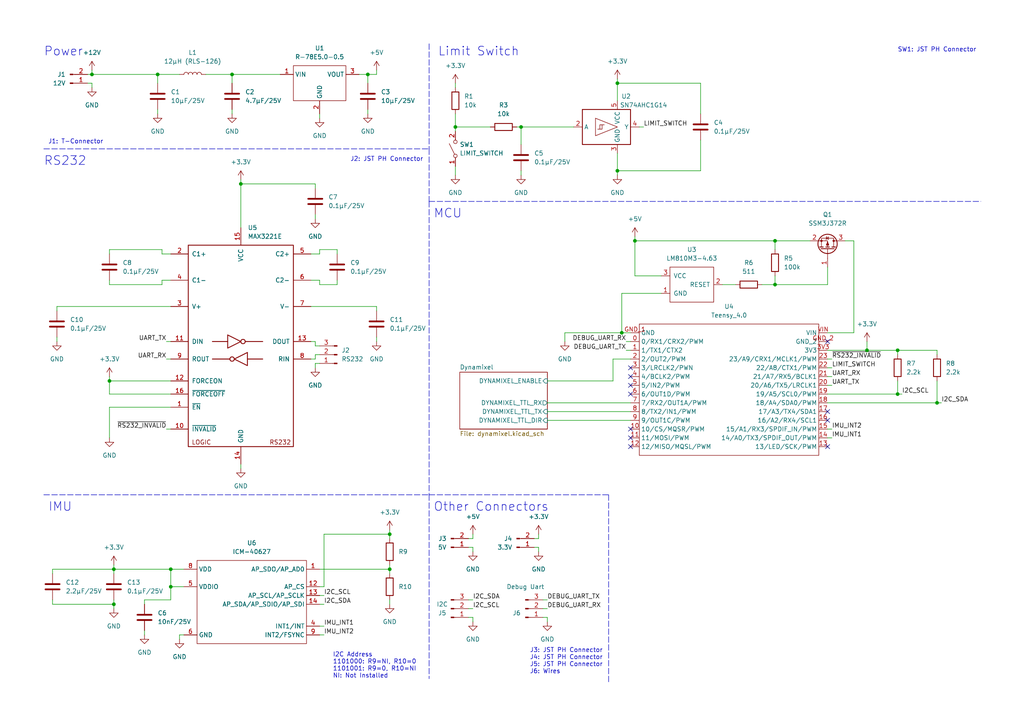
<source format=kicad_sch>
(kicad_sch (version 20211123) (generator eeschema)
  (paper "A4")
  (title_block (title "Dynamixel Control"))
  (lib_symbols
    (symbol "Connector:Conn_01x02_Male" (pin_names (offset 1.016) hide)
      (property "Reference" "J" (at 0 2.54 0))
      (property "Value" "Conn_01x02_Male" (at 0 -5.08 0))
      (symbol "Conn_01x02_Male_1_1"
        (polyline (pts (xy 1.27 -2.54) (xy 0.8636 -2.54)) (stroke (width 0.1524)))
        (polyline (pts (xy 1.27 0) (xy 0.8636 0)) (stroke (width 0.1524)))
        (rectangle (start 0.8636 -2.413) (end 0 -2.667) (stroke (width 0.1524)) (fill (type outline)))
        (rectangle (start 0.8636 0.127) (end 0 -0.127) (stroke (width 0.1524)) (fill (type outline)))
        (pin passive line (at 5.08 0 180) (length 3.81) (name "Pin_1") (number "1"))
        (pin passive line (at 5.08 -2.54 180) (length 3.81) (name "Pin_2") (number "2"))
      )
    )
    (symbol "Connector:Conn_01x03_Male" (pin_names (offset 1.016) hide)
      (property "Reference" "J" (at 0 5.08 0))
      (property "Value" "Conn_01x03_Male" (at 0 -5.08 0))
      (symbol "Conn_01x03_Male_1_1"
        (polyline (pts (xy 1.27 -2.54) (xy 0.8636 -2.54)) (stroke (width 0.1524)))
        (polyline (pts (xy 1.27 0) (xy 0.8636 0)) (stroke (width 0.1524)))
        (polyline (pts (xy 1.27 2.54) (xy 0.8636 2.54)) (stroke (width 0.1524)))
        (rectangle (start 0.8636 -2.413) (end 0 -2.667) (stroke (width 0.1524)) (fill (type outline)))
        (rectangle (start 0.8636 0.127) (end 0 -0.127) (stroke (width 0.1524)) (fill (type outline)))
        (rectangle (start 0.8636 2.667) (end 0 2.413) (stroke (width 0.1524)) (fill (type outline)))
        (pin passive line (at 5.08 2.54 180) (length 3.81) (name "Pin_1") (number "1"))
        (pin passive line (at 5.08 0 180) (length 3.81) (name "Pin_2") (number "2"))
        (pin passive line (at 5.08 -2.54 180) (length 3.81) (name "Pin_3") (number "3"))
      )
    )
    (symbol "Device:C" (pin_numbers hide) (pin_names (offset 0.254))
      (property "Reference" "C" (at 0.635 2.54 0))
      (property "Value" "C" (at 0.635 -2.54 0))
      (symbol "C_0_1"
        (polyline (pts (xy -2.032 -0.762) (xy 2.032 -0.762)) (stroke (width 0.508)))
        (polyline (pts (xy -2.032 0.762) (xy 2.032 0.762)) (stroke (width 0.508)))
      )
      (symbol "C_1_1"
        (pin passive line (at 0 3.81 270) (length 2.794) (name "~") (number "1"))
        (pin passive line (at 0 -3.81 90) (length 2.794) (name "~") (number "2"))
      )
    )
    (symbol "Device:L" (pin_numbers hide) (pin_names (offset 1.016) hide)
      (property "Reference" "L" (at -1.27 0 90))
      (property "Value" "L" (at 1.905 0 90))
      (symbol "L_0_1"
        (arc (start 0 -2.54) (mid 0.635 -1.905) (end 0 -1.27))
        (arc (start 0 -1.27) (mid 0.635 -0.635) (end 0 0))
        (arc (start 0 0) (mid 0.635 0.635) (end 0 1.27))
        (arc (start 0 1.27) (mid 0.635 1.905) (end 0 2.54))
      )
      (symbol "L_1_1"
        (pin passive line (at 0 3.81 270) (length 1.27) (name "1") (number "1"))
        (pin passive line (at 0 -3.81 90) (length 1.27) (name "2") (number "2"))
      )
    )
    (symbol "Device:Q_PMOS_GSD" (pin_names (offset 0) hide)
      (property "Reference" "Q" (at 5.08 1.27 0))
      (property "Value" "Q_PMOS_GSD" (at 5.08 -1.27 0))
      (symbol "Q_PMOS_GSD_0_1"
        (polyline (pts (xy 0.254 0) (xy -2.54 0)))
        (polyline (pts (xy 0.254 1.905) (xy 0.254 -1.905)) (stroke (width 0.254)))
        (polyline (pts (xy 0.762 -1.27) (xy 0.762 -2.286)) (stroke (width 0.254)))
        (polyline (pts (xy 0.762 0.508) (xy 0.762 -0.508)) (stroke (width 0.254)))
        (polyline (pts (xy 0.762 2.286) (xy 0.762 1.27)) (stroke (width 0.254)))
        (polyline (pts (xy 2.54 2.54) (xy 2.54 1.778)))
        (polyline (pts (xy 2.54 -2.54) (xy 2.54 0) (xy 0.762 0)))
        (polyline (pts (xy 0.762 1.778) (xy 3.302 1.778) (xy 3.302 -1.778) (xy 0.762 -1.778)))
        (polyline (pts (xy 2.286 0) (xy 1.27 0.381) (xy 1.27 -0.381) (xy 2.286 0)) (fill (type outline)))
        (polyline (pts (xy 2.794 -0.508) (xy 2.921 -0.381) (xy 3.683 -0.381) (xy 3.81 -0.254)))
        (polyline (pts (xy 3.302 -0.381) (xy 2.921 0.254) (xy 3.683 0.254) (xy 3.302 -0.381)))
        (circle (center 1.651 0) (radius 2.794) (stroke (width 0.254)))
        (circle (center 2.54 -1.778) (radius 0.254) (fill (type outline)))
        (circle (center 2.54 1.778) (radius 0.254) (fill (type outline)))
      )
      (symbol "Q_PMOS_GSD_1_1"
        (pin input line (at -5.08 0 0) (length 2.54) (name "G") (number "1"))
        (pin passive line (at 2.54 -5.08 90) (length 2.54) (name "S") (number "2"))
        (pin passive line (at 2.54 5.08 270) (length 2.54) (name "D") (number "3"))
      )
    )
    (symbol "Device:R" (pin_numbers hide) (pin_names (offset 0))
      (property "Reference" "R" (at 2.032 0 90))
      (property "Value" "R" (at 0 0 90))
      (symbol "R_0_1"
        (rectangle (start -1.016 -2.54) (end 1.016 2.54) (stroke (width 0.254)))
      )
      (symbol "R_1_1"
        (pin passive line (at 0 3.81 270) (length 1.27) (name "~") (number "1"))
        (pin passive line (at 0 -3.81 90) (length 1.27) (name "~") (number "2"))
      )
    )
    (symbol "Switch:SW_SPST" (pin_names (offset 0) hide)
      (property "Reference" "SW" (at 0 3.175 0))
      (property "Value" "SW_SPST" (at 0 -2.54 0))
      (symbol "SW_SPST_0_0"
        (circle (center -2.032 0) (radius 0.508))
        (polyline (pts (xy -1.524 0.254) (xy 1.524 1.778)))
        (circle (center 2.032 0) (radius 0.508))
      )
      (symbol "SW_SPST_1_1"
        (pin passive line (at -5.08 0 0) (length 2.54) (name "A") (number "1"))
        (pin passive line (at 5.08 0 180) (length 2.54) (name "B") (number "2"))
      )
    )
    (symbol "power:+12V" (power) (pin_names (offset 0))
      (property "Value" "+12V" (at 0 3.556 0))
      (symbol "+12V_0_1"
        (polyline (pts (xy -0.762 1.27) (xy 0 2.54)))
        (polyline (pts (xy 0 0) (xy 0 2.54)))
        (polyline (pts (xy 0 2.54) (xy 0.762 1.27)))
      )
      (symbol "+12V_1_1"
        (pin power_in line (at 0 0 90) (length 0) hide (name "+12V") (number "1"))
      )
    )
    (symbol "power:+3.3V" (power) (pin_names (offset 0))
      (property "Value" "+3.3V" (at 0 3.556 0))
      (symbol "+3.3V_0_1"
        (polyline (pts (xy -0.762 1.27) (xy 0 2.54)))
        (polyline (pts (xy 0 0) (xy 0 2.54)))
        (polyline (pts (xy 0 2.54) (xy 0.762 1.27)))
      )
      (symbol "+3.3V_1_1"
        (pin power_in line (at 0 0 90) (length 0) hide (name "+3.3V") (number "1"))
      )
    )
    (symbol "power:+5V" (power) (pin_names (offset 0))
      (property "Value" "+5V" (at 0 3.556 0))
      (symbol "+5V_0_1"
        (polyline (pts (xy -0.762 1.27) (xy 0 2.54)))
        (polyline (pts (xy 0 0) (xy 0 2.54)))
        (polyline (pts (xy 0 2.54) (xy 0.762 1.27)))
      )
      (symbol "+5V_1_1"
        (pin power_in line (at 0 0 90) (length 0) hide (name "+5V") (number "1"))
      )
    )
    (symbol "power:GND" (power) (pin_names (offset 0))
      (property "Value" "GND" (at 0 -3.81 0))
      (symbol "GND_0_1"
        (polyline (pts (xy 0 0) (xy 0 -1.27) (xy 1.27 -1.27) (xy 0 -2.54) (xy -1.27 -1.27) (xy 0 -1.27)))
      )
      (symbol "GND_1_1"
        (pin power_in line (at 0 0 270) (length 0) hide (name "GND") (number "1"))
      )
    )
    (symbol "t-top:ICM-40627"
      (property "Reference" "U" (at 0 1.27 0))
      (property "Value" "ICM-40627" (at 0 -1.27 0))
      (symbol "ICM-40627_0_1"
        (rectangle (start -16.51 -2.54) (end 15.24 -26.67))
      )
      (symbol "ICM-40627_1_0"
        (pin bidirectional line (at 19.05 -5.08 180) (length 3.81) (name "AP_SDO/AP_AD0") (number "1"))
        (pin input line (at 19.05 -10.16 180) (length 3.81) (name "AP_CS") (number "12"))
        (pin output line (at 19.05 -12.7 180) (length 3.81) (name "AP_SCL/AP_SCLK") (number "13"))
        (pin bidirectional line (at 19.05 -15.24 180) (length 3.81) (name "AP_SDA/AP_SDIO/AP_SDI") (number "14"))
        (pin output line (at 19.05 -21.59 180) (length 3.81) (name "INT1/INT") (number "4"))
        (pin power_in line (at -20.32 -10.16 0) (length 3.81) (name "VDDIO") (number "5"))
        (pin power_in line (at -20.32 -24.13 0) (length 3.81) (name "GND") (number "6"))
        (pin power_in line (at -20.32 -5.08 0) (length 3.81) (name "VDD") (number "8"))
        (pin bidirectional line (at 19.05 -24.13 180) (length 3.81) (name "INT2/FSYNC") (number "9"))
      )
    )
    (symbol "t-top:LM810" (pin_names (offset 1.016))
      (property "Reference" "U" (at 0 2.54 0))
      (property "Value" "LM810" (at 0 0 0))
      (symbol "LM810_0_1"
        (rectangle (start -6.35 -1.27) (end 6.35 -11.43))
      )
      (symbol "LM810_1_1"
        (pin power_in line (at -8.89 -8.89 0) (length 2.54) (name "GND") (number "1"))
        (pin output line (at 8.89 -6.35 180) (length 2.54) (name "RESET") (number "2"))
        (pin power_in line (at -8.89 -3.81 0) (length 2.54) (name "VCC") (number "3"))
      )
    )
    (symbol "t-top:MAX3221E" (pin_names (offset 1.016))
      (property "Reference" "U" (at -13.97 26.67 0))
      (property "Value" "MAX3221E" (at 12.7 26.67 0))
      (symbol "MAX3221E_0_0"
        (text "LOGIC" (at -11.43 -31.75 0) (effects (font (size 1.27 1.27))))
        (text "RS232" (at 11.43 -31.75 0) (effects (font (size 1.27 1.27))))
      )
      (symbol "MAX3221E_0_1"
        (rectangle (start -15.24 25.4) (end 15.24 -33.02) (stroke (width 0.254)))
        (circle (center -2.54 -7.62) (radius 0.635) (stroke (width 0.254)))
        (polyline (pts (xy -3.81 -2.54) (xy -8.255 -2.54)) (stroke (width 0.254)))
        (polyline (pts (xy -3.175 -7.62) (xy -8.255 -7.62)) (stroke (width 0.254)))
        (polyline (pts (xy 1.27 -2.54) (xy 6.35 -2.54)) (stroke (width 0.254)))
        (polyline (pts (xy 1.905 -7.62) (xy 6.35 -7.62)) (stroke (width 0.254)))
        (polyline (pts (xy -3.81 -0.635) (xy -3.81 -4.445) (xy 0 -2.54) (xy -3.81 -0.635)) (stroke (width 0.254)))
        (polyline (pts (xy 1.905 -5.715) (xy 1.905 -9.525) (xy -1.905 -7.62) (xy 1.905 -5.715)) (stroke (width 0.254)))
        (circle (center 0.635 -2.54) (radius 0.635) (stroke (width 0.254)))
      )
      (symbol "MAX3221E_1_1"
        (pin input line (at -20.32 -21.59 0) (length 5.08) (name "~{EN}") (number "1"))
        (pin output line (at -20.32 -27.94 0) (length 5.08) (name "~{INVALID}") (number "10"))
        (pin input line (at -20.32 -2.54 0) (length 5.08) (name "DIN") (number "11"))
        (pin input line (at -20.32 -13.97 0) (length 5.08) (name "FORCEON") (number "12"))
        (pin output line (at 20.32 -2.54 180) (length 5.08) (name "DOUT") (number "13"))
        (pin power_in line (at 0 -38.1 90) (length 5.08) (name "GND") (number "14"))
        (pin power_in line (at 0 30.48 270) (length 5.08) (name "VCC") (number "15"))
        (pin input line (at -20.32 -17.78 0) (length 5.08) (name "~{FORCEOFF}") (number "16"))
        (pin passive line (at -20.32 22.86 0) (length 5.08) (name "C1+") (number "2"))
        (pin power_out line (at -20.32 7.62 0) (length 5.08) (name "V+") (number "3"))
        (pin passive line (at -20.32 15.24 0) (length 5.08) (name "C1-") (number "4"))
        (pin passive line (at 20.32 22.86 180) (length 5.08) (name "C2+") (number "5"))
        (pin passive line (at 20.32 15.24 180) (length 5.08) (name "C2-") (number "6"))
        (pin power_out line (at 20.32 7.62 180) (length 5.08) (name "V-") (number "7"))
        (pin input line (at 20.32 -7.62 180) (length 5.08) (name "RIN") (number "8"))
        (pin output line (at -20.32 -7.62 0) (length 5.08) (name "ROUT") (number "9"))
      )
    )
    (symbol "t-top:R-78E5.0-0.5"
      (property "Reference" "U" (at 0 2.54 0))
      (property "Value" "R-78E5.0-0.5" (at 0 0 0))
      (symbol "R-78E5.0-0.5_0_1"
        (rectangle (start -7.62 -1.27) (end 7.62 -11.43))
      )
      (symbol "R-78E5.0-0.5_1_0"
        (pin power_in line (at -11.43 -3.81 0) (length 3.81) (name "VIN") (number "1"))
        (pin power_in line (at 0 -15.24 90) (length 3.81) (name "GND") (number "2"))
        (pin power_out line (at 11.43 -3.81 180) (length 3.81) (name "VOUT") (number "3"))
      )
    )
    (symbol "t-top:SN74AHC1G14"
      (property "Reference" "U" (at 5.08 6.35 0))
      (property "Value" "SN74AHC1G14" (at 10.16 3.81 0))
      (symbol "SN74AHC1G14_0_1"
        (rectangle (start -5.08 5.08) (end 8.89 -5.08) (stroke (width 0.254)))
        (polyline (pts (xy -1.27 2.54) (xy -1.27 -2.54) (xy 5.08 0) (xy -1.27 2.54)))
        (polyline (pts (xy -0.635 -0.635) (xy 0 -0.635) (xy 0 0.635) (xy 1.27 0.635) (xy 0.635 0.635) (xy 0.635 -0.635) (xy 0 -0.635)))
      )
      (symbol "SN74AHC1G14_1_1"
        (pin no_connect line (at -5.08 2.54 0) (length 2.54) hide (name "NC") (number "1"))
        (pin input line (at -7.62 0 0) (length 2.54) (name "A") (number "2"))
        (pin power_in line (at 5.08 -7.62 90) (length 2.54) (name "GND") (number "3"))
        (pin output line (at 11.43 0 180) (length 2.54) (name "Y") (number "4"))
        (pin power_in line (at 5.08 7.62 270) (length 2.54) (name "VCC") (number "5"))
      )
    )
    (symbol "t-top:Teensy_4.0"
      (property "Reference" "U" (at 0 0 0))
      (property "Value" "Teensy_4.0" (at 0 0 0))
      (symbol "Teensy_4.0_0_1"
        (rectangle (start -25.4 -1.27) (end 26.67 -39.37))
      )
      (symbol "Teensy_4.0_1_1"
        (pin bidirectional line (at -27.94 -6.35 0) (length 2.54) (name "0/RX1/CRX2/PWM") (number "0"))
        (pin bidirectional line (at -27.94 -8.89 0) (length 2.54) (name "1/TX1/CTX2") (number "1"))
        (pin bidirectional line (at -27.94 -31.75 0) (length 2.54) (name "10/CS/MQSR/PWM") (number "10"))
        (pin bidirectional line (at -27.94 -34.29 0) (length 2.54) (name "11/MOSI/PWM") (number "11"))
        (pin bidirectional line (at -27.94 -36.83 0) (length 2.54) (name "12/MISO/MQSL/PWM") (number "12"))
        (pin bidirectional line (at 29.21 -36.83 180) (length 2.54) (name "13/LED/SCK/PWM") (number "13"))
        (pin bidirectional line (at 29.21 -34.29 180) (length 2.54) (name "14/A0/TX3/SPDIF_OUT/PWM") (number "14"))
        (pin bidirectional line (at 29.21 -31.75 180) (length 2.54) (name "15/A1/RX3/SPDIF_IN/PWM") (number "15"))
        (pin bidirectional line (at 29.21 -29.21 180) (length 2.54) (name "16/A2/RX4/SCL1") (number "16"))
        (pin bidirectional line (at 29.21 -26.67 180) (length 2.54) (name "17/A3/TX4/SDA1") (number "17"))
        (pin bidirectional line (at 29.21 -24.13 180) (length 2.54) (name "18/A4/SDA0/PWM") (number "18"))
        (pin bidirectional line (at 29.21 -21.59 180) (length 2.54) (name "19/A5/SCL0/PWM") (number "19"))
        (pin bidirectional line (at -27.94 -11.43 0) (length 2.54) (name "2/OUT2/PWM") (number "2"))
        (pin bidirectional line (at 29.21 -19.05 180) (length 2.54) (name "20/A6/TX5/LRCLK1") (number "20"))
        (pin bidirectional line (at 29.21 -16.51 180) (length 2.54) (name "21/A7/RX5/BCLK1") (number "21"))
        (pin bidirectional line (at 29.21 -13.97 180) (length 2.54) (name "22/A8/CTX1/PWM") (number "22"))
        (pin bidirectional line (at 29.21 -11.43 180) (length 2.54) (name "23/A9/CRX1/MCLK1/PWM") (number "23"))
        (pin bidirectional line (at -27.94 -13.97 0) (length 2.54) (name "3/LRCLK2/PWN") (number "3"))
        (pin power_out line (at 29.21 -8.89 180) (length 2.54) (name "3V3") (number "3V3"))
        (pin bidirectional line (at -27.94 -16.51 0) (length 2.54) (name "4/BCLK2/PWM") (number "4"))
        (pin bidirectional line (at -27.94 -19.05 0) (length 2.54) (name "5/IN2/PWM") (number "5"))
        (pin bidirectional line (at -27.94 -21.59 0) (length 2.54) (name "6/OUT1D/PWM") (number "6"))
        (pin bidirectional line (at -27.94 -24.13 0) (length 2.54) (name "7/RX2/OUT1A/PWM") (number "7"))
        (pin bidirectional line (at -27.94 -26.67 0) (length 2.54) (name "8/TX2/IN1/PWM") (number "8"))
        (pin bidirectional line (at -27.94 -29.21 0) (length 2.54) (name "9/OUT1C/PWM") (number "9"))
        (pin power_in line (at -27.94 -3.81 0) (length 2.54) (name "GND") (number "GND_1"))
        (pin power_in line (at 29.21 -6.35 180) (length 2.54) (name "GND_2") (number "GND_2"))
        (pin power_in line (at 29.21 -3.81 180) (length 2.54) (name "VIN") (number "VIN"))
      )
    )
  )
  (junction (at 132.08 36.83))
  (junction (at 33.02 175.26))
  (junction (at 69.85 53.34))
  (junction (at 151.13 36.83))
  (junction (at 251.46 101.6))
  (junction (at 224.79 69.85))
  (junction (at 184.15 69.85))
  (junction (at 67.31 21.59))
  (junction (at 224.79 82.55))
  (junction (at 113.03 154.94))
  (junction (at 179.07 24.13))
  (junction (at 113.03 165.1))
  (junction (at 271.78 116.84))
  (junction (at 260.35 114.3))
  (junction (at 33.02 165.1))
  (junction (at 49.53 170.18))
  (junction (at 26.67 21.59))
  (junction (at 180.34 96.52))
  (junction (at 49.53 165.1))
  (junction (at 179.07 49.53))
  (junction (at 260.35 101.6))
  (junction (at 106.68 21.59))
  (junction (at 45.72 21.59))
  (junction (at 31.75 110.49))
  (no_connect (at 182.88 124.46))
  (no_connect (at 182.88 127))
  (no_connect (at 240.03 99.06))
  (no_connect (at 182.88 111.76))
  (no_connect (at 240.03 129.54))
  (no_connect (at 240.03 121.92))
  (no_connect (at 182.88 114.3))
  (no_connect (at 182.88 109.22))
  (no_connect (at 182.88 106.68))
  (no_connect (at 182.88 129.54))
  (no_connect (at 240.03 119.38))
  (wire (pts (xy 247.65 96.52) (xy 247.65 69.85)))
  (wire (pts (xy 209.55 82.55) (xy 213.36 82.55)))
  (wire (pts (xy 109.22 20.32) (xy 109.22 21.59)))
  (wire (pts (xy 177.8 104.14) (xy 182.88 104.14)))
  (wire (pts (xy 240.03 96.52) (xy 247.65 96.52)))
  (wire (pts (xy 92.71 170.18) (xy 93.98 170.18)))
  (wire (pts (xy 48.26 99.06) (xy 49.53 99.06)))
  (wire (pts (xy 157.48 173.99) (xy 158.75 173.99)))
  (wire (pts (xy 179.07 22.86) (xy 179.07 24.13)))
  (wire (pts (xy 46.99 73.66) (xy 49.53 73.66)))
  (wire (pts (xy 260.35 101.6) (xy 271.78 101.6)))
  (wire (pts (xy 240.03 127) (xy 241.3 127)))
  (wire (pts (xy 91.44 100.33) (xy 92.71 100.33)))
  (wire (pts (xy 224.79 69.85) (xy 224.79 72.39)))
  (wire (pts (xy 67.31 31.75) (xy 67.31 33.02)))
  (wire (pts (xy 163.83 96.52) (xy 163.83 99.06)))
  (polyline (pts (xy 124.46 143.51) (xy 124.46 196.85)))
  (wire (pts (xy 271.78 116.84) (xy 273.05 116.84)))
  (wire (pts (xy 15.24 175.26) (xy 33.02 175.26)))
  (wire (pts (xy 49.53 88.9) (xy 16.51 88.9)))
  (wire (pts (xy 26.67 21.59) (xy 45.72 21.59)))
  (wire (pts (xy 91.44 99.06) (xy 91.44 100.33)))
  (wire (pts (xy 49.53 170.18) (xy 49.53 173.99)))
  (wire (pts (xy 46.99 72.39) (xy 46.99 73.66)))
  (wire (pts (xy 106.68 21.59) (xy 106.68 24.13)))
  (wire (pts (xy 179.07 24.13) (xy 203.2 24.13)))
  (wire (pts (xy 31.75 110.49) (xy 31.75 114.3)))
  (wire (pts (xy 69.85 53.34) (xy 91.44 53.34)))
  (wire (pts (xy 90.17 88.9) (xy 109.22 88.9)))
  (polyline (pts (xy 124.46 58.42) (xy 284.48 58.42)))
  (wire (pts (xy 92.71 181.61) (xy 93.98 181.61)))
  (wire (pts (xy 181.61 99.06) (xy 182.88 99.06)))
  (wire (pts (xy 240.03 104.14) (xy 241.3 104.14)))
  (wire (pts (xy 157.48 176.53) (xy 158.75 176.53)))
  (wire (pts (xy 135.89 158.75) (xy 137.16 158.75)))
  (wire (pts (xy 240.03 77.47) (xy 240.03 82.55)))
  (wire (pts (xy 92.71 165.1) (xy 113.03 165.1)))
  (wire (pts (xy 184.15 68.58) (xy 184.15 69.85)))
  (wire (pts (xy 184.15 69.85) (xy 224.79 69.85)))
  (polyline (pts (xy 124.46 12.7) (xy 124.46 43.18)))
  (wire (pts (xy 90.17 99.06) (xy 91.44 99.06)))
  (wire (pts (xy 180.34 85.09) (xy 180.34 96.52)))
  (wire (pts (xy 91.44 62.23) (xy 91.44 63.5)))
  (wire (pts (xy 151.13 49.53) (xy 151.13 50.8)))
  (wire (pts (xy 177.8 110.49) (xy 177.8 104.14)))
  (wire (pts (xy 135.89 173.99) (xy 137.16 173.99)))
  (wire (pts (xy 260.35 114.3) (xy 261.62 114.3)))
  (wire (pts (xy 16.51 88.9) (xy 16.51 90.17)))
  (wire (pts (xy 271.78 116.84) (xy 271.78 110.49)))
  (wire (pts (xy 26.67 24.13) (xy 26.67 25.4)))
  (wire (pts (xy 91.44 102.87) (xy 91.44 104.14)))
  (polyline (pts (xy 124.46 43.18) (xy 124.46 58.42)))
  (wire (pts (xy 113.03 173.99) (xy 113.03 175.26)))
  (wire (pts (xy 33.02 173.99) (xy 33.02 175.26)))
  (wire (pts (xy 49.53 165.1) (xy 49.53 170.18)))
  (wire (pts (xy 69.85 52.07) (xy 69.85 53.34)))
  (wire (pts (xy 154.94 156.21) (xy 156.21 156.21)))
  (wire (pts (xy 91.44 53.34) (xy 91.44 54.61)))
  (polyline (pts (xy 124.46 58.42) (xy 124.46 143.51)))
  (wire (pts (xy 260.35 101.6) (xy 260.35 102.87)))
  (wire (pts (xy 49.53 81.28) (xy 46.99 81.28)))
  (wire (pts (xy 93.98 154.94) (xy 93.98 170.18)))
  (wire (pts (xy 240.03 116.84) (xy 271.78 116.84)))
  (wire (pts (xy 151.13 36.83) (xy 151.13 41.91)))
  (wire (pts (xy 240.03 82.55) (xy 224.79 82.55)))
  (wire (pts (xy 184.15 80.01) (xy 191.77 80.01)))
  (wire (pts (xy 158.75 116.84) (xy 182.88 116.84)))
  (wire (pts (xy 149.86 36.83) (xy 151.13 36.83)))
  (wire (pts (xy 137.16 160.02) (xy 137.16 158.75)))
  (wire (pts (xy 135.89 179.07) (xy 137.16 179.07)))
  (wire (pts (xy 92.71 172.72) (xy 93.98 172.72)))
  (wire (pts (xy 16.51 97.79) (xy 16.51 99.06)))
  (wire (pts (xy 179.07 24.13) (xy 179.07 29.21)))
  (polyline (pts (xy 12.7 143.51) (xy 124.46 143.51)))
  (wire (pts (xy 59.69 21.59) (xy 67.31 21.59)))
  (wire (pts (xy 156.21 160.02) (xy 156.21 158.75)))
  (wire (pts (xy 106.68 21.59) (xy 109.22 21.59)))
  (wire (pts (xy 113.03 154.94) (xy 93.98 154.94)))
  (wire (pts (xy 260.35 114.3) (xy 260.35 110.49)))
  (wire (pts (xy 45.72 21.59) (xy 52.07 21.59)))
  (wire (pts (xy 104.14 21.59) (xy 106.68 21.59)))
  (wire (pts (xy 92.71 72.39) (xy 97.79 72.39)))
  (wire (pts (xy 224.79 82.55) (xy 224.79 80.01)))
  (wire (pts (xy 135.89 176.53) (xy 137.16 176.53)))
  (wire (pts (xy 158.75 110.49) (xy 177.8 110.49)))
  (wire (pts (xy 31.75 118.11) (xy 49.53 118.11)))
  (polyline (pts (xy 176.53 143.51) (xy 176.53 198.12)))
  (wire (pts (xy 163.83 96.52) (xy 180.34 96.52)))
  (wire (pts (xy 113.03 153.67) (xy 113.03 154.94)))
  (wire (pts (xy 137.16 180.34) (xy 137.16 179.07)))
  (wire (pts (xy 203.2 33.02) (xy 203.2 24.13)))
  (wire (pts (xy 92.71 81.28) (xy 92.71 82.55)))
  (wire (pts (xy 247.65 69.85) (xy 245.11 69.85)))
  (wire (pts (xy 179.07 49.53) (xy 179.07 50.8)))
  (wire (pts (xy 46.99 81.28) (xy 46.99 82.55)))
  (wire (pts (xy 41.91 173.99) (xy 41.91 175.26)))
  (wire (pts (xy 185.42 36.83) (xy 186.69 36.83)))
  (wire (pts (xy 48.26 104.14) (xy 49.53 104.14)))
  (wire (pts (xy 109.22 97.79) (xy 109.22 99.06)))
  (wire (pts (xy 132.08 24.13) (xy 132.08 25.4)))
  (wire (pts (xy 25.4 24.13) (xy 26.67 24.13)))
  (wire (pts (xy 33.02 165.1) (xy 33.02 166.37)))
  (wire (pts (xy 92.71 184.15) (xy 93.98 184.15)))
  (wire (pts (xy 158.75 121.92) (xy 182.88 121.92)))
  (wire (pts (xy 220.98 82.55) (xy 224.79 82.55)))
  (wire (pts (xy 158.75 180.34) (xy 158.75 179.07)))
  (wire (pts (xy 182.88 96.52) (xy 180.34 96.52)))
  (wire (pts (xy 181.61 101.6) (xy 182.88 101.6)))
  (wire (pts (xy 31.75 81.28) (xy 31.75 82.55)))
  (wire (pts (xy 251.46 101.6) (xy 260.35 101.6)))
  (wire (pts (xy 31.75 72.39) (xy 31.75 73.66)))
  (wire (pts (xy 113.03 154.94) (xy 113.03 156.21)))
  (wire (pts (xy 92.71 105.41) (xy 91.44 105.41)))
  (wire (pts (xy 31.75 110.49) (xy 49.53 110.49)))
  (wire (pts (xy 151.13 36.83) (xy 166.37 36.83)))
  (wire (pts (xy 46.99 82.55) (xy 31.75 82.55)))
  (wire (pts (xy 137.16 154.94) (xy 137.16 156.21)))
  (wire (pts (xy 48.26 124.46) (xy 49.53 124.46)))
  (wire (pts (xy 52.07 184.15) (xy 52.07 185.42)))
  (wire (pts (xy 31.75 72.39) (xy 46.99 72.39)))
  (wire (pts (xy 45.72 24.13) (xy 45.72 21.59)))
  (polyline (pts (xy 124.46 143.51) (xy 176.53 143.51)))
  (wire (pts (xy 49.53 173.99) (xy 41.91 173.99)))
  (wire (pts (xy 157.48 179.07) (xy 158.75 179.07)))
  (wire (pts (xy 15.24 173.99) (xy 15.24 175.26)))
  (wire (pts (xy 156.21 154.94) (xy 156.21 156.21)))
  (wire (pts (xy 91.44 102.87) (xy 92.71 102.87)))
  (wire (pts (xy 240.03 106.68) (xy 241.3 106.68)))
  (wire (pts (xy 240.03 101.6) (xy 251.46 101.6)))
  (wire (pts (xy 31.75 118.11) (xy 31.75 127)))
  (wire (pts (xy 97.79 81.28) (xy 97.79 82.55)))
  (wire (pts (xy 180.34 85.09) (xy 191.77 85.09)))
  (wire (pts (xy 240.03 124.46) (xy 241.3 124.46)))
  (wire (pts (xy 45.72 31.75) (xy 45.72 33.02)))
  (wire (pts (xy 106.68 31.75) (xy 106.68 33.02)))
  (wire (pts (xy 132.08 48.26) (xy 132.08 50.8)))
  (wire (pts (xy 67.31 21.59) (xy 67.31 24.13)))
  (wire (pts (xy 224.79 69.85) (xy 234.95 69.85)))
  (wire (pts (xy 179.07 44.45) (xy 179.07 49.53)))
  (wire (pts (xy 113.03 163.83) (xy 113.03 165.1)))
  (wire (pts (xy 240.03 109.22) (xy 241.3 109.22)))
  (wire (pts (xy 69.85 53.34) (xy 69.85 66.04)))
  (wire (pts (xy 53.34 184.15) (xy 52.07 184.15)))
  (wire (pts (xy 97.79 72.39) (xy 97.79 73.66)))
  (wire (pts (xy 203.2 40.64) (xy 203.2 49.53)))
  (wire (pts (xy 41.91 182.88) (xy 41.91 184.15)))
  (wire (pts (xy 90.17 73.66) (xy 92.71 73.66)))
  (wire (pts (xy 251.46 99.06) (xy 251.46 101.6)))
  (wire (pts (xy 90.17 81.28) (xy 92.71 81.28)))
  (wire (pts (xy 92.71 175.26) (xy 93.98 175.26)))
  (wire (pts (xy 26.67 20.32) (xy 26.67 21.59)))
  (wire (pts (xy 132.08 36.83) (xy 142.24 36.83)))
  (wire (pts (xy 33.02 165.1) (xy 49.53 165.1)))
  (wire (pts (xy 154.94 158.75) (xy 156.21 158.75)))
  (wire (pts (xy 271.78 101.6) (xy 271.78 102.87)))
  (wire (pts (xy 92.71 73.66) (xy 92.71 72.39)))
  (wire (pts (xy 132.08 36.83) (xy 132.08 38.1)))
  (wire (pts (xy 33.02 163.83) (xy 33.02 165.1)))
  (wire (pts (xy 132.08 33.02) (xy 132.08 36.83)))
  (wire (pts (xy 31.75 114.3) (xy 49.53 114.3)))
  (wire (pts (xy 179.07 49.53) (xy 203.2 49.53)))
  (wire (pts (xy 15.24 165.1) (xy 33.02 165.1)))
  (wire (pts (xy 92.71 82.55) (xy 97.79 82.55)))
  (wire (pts (xy 49.53 170.18) (xy 53.34 170.18)))
  (wire (pts (xy 135.89 156.21) (xy 137.16 156.21)))
  (wire (pts (xy 113.03 165.1) (xy 113.03 166.37)))
  (wire (pts (xy 109.22 88.9) (xy 109.22 90.17)))
  (wire (pts (xy 15.24 165.1) (xy 15.24 166.37)))
  (polyline (pts (xy 12.7 43.18) (xy 124.46 43.18)))
  (wire (pts (xy 33.02 175.26) (xy 33.02 176.53)))
  (wire (pts (xy 92.71 33.02) (xy 92.71 34.29)))
  (wire (pts (xy 31.75 110.49) (xy 31.75 109.22)))
  (wire (pts (xy 25.4 21.59) (xy 26.67 21.59)))
  (wire (pts (xy 67.31 21.59) (xy 81.28 21.59)))
  (wire (pts (xy 184.15 69.85) (xy 184.15 80.01)))
  (wire (pts (xy 69.85 134.62) (xy 69.85 135.89)))
  (wire (pts (xy 49.53 165.1) (xy 53.34 165.1)))
  (wire (pts (xy 90.17 104.14) (xy 91.44 104.14)))
  (wire (pts (xy 240.03 114.3) (xy 260.35 114.3)))
  (wire (pts (xy 240.03 111.76) (xy 241.3 111.76)))
  (wire (pts (xy 158.75 119.38) (xy 182.88 119.38)))
  (wire (pts (xy 91.44 105.41) (xy 91.44 106.68)))
  (text "SW1: JST PH Connector" (at 260.35 15.24 0) (effects (font (size 1.27 1.27)) (justify left bottom)))
  (text "J2: JST PH Connector" (at 101.6 46.99 0) (effects (font (size 1.27 1.27)) (justify left bottom)))
  (text "RS232" (at 12.7 48.26 0) (effects (font (size 2.54 2.54)) (justify left bottom)))
  (text "Limit Switch" (at 127 16.51 0) (effects (font (size 2.54 2.54)) (justify left bottom)))
  (text "J3: JST PH Connector\nJ4: JST PH Connector\nJ5: JST PH Connector\nJ6: Wires" (at 153.67 195.58 0) (effects (font (size 1.27 1.27)) (justify left bottom)))
  (text "IMU" (at 13.97 148.59 0) (effects (font (size 2.54 2.54)) (justify left bottom)))
  (text "J1: T-Connector" (at 13.97 41.91 0) (effects (font (size 1.27 1.27)) (justify left bottom)))
  (text "Other Connectors" (at 125.73 148.59 0) (effects (font (size 2.54 2.54)) (justify left bottom)))
  (text "Power" (at 12.7 16.51 0) (effects (font (size 2.54 2.54)) (justify left bottom)))
  (text "MCU" (at 125.73 63.5 0) (effects (font (size 2.54 2.54)) (justify left bottom)))
  (text "I2C Address\n1101000: R9=NI, R10=0\n1101001: R9=0, R10=NI\nNI: Not Installed" (at 96.52 196.85 0) (effects (font (size 1.27 1.27)) (justify left bottom)))
  (label "UART_TX" (at 241.3 111.76 0))
  (label "DEBUG_UART_RX" (at 158.75 176.53 0))
  (label "IMU_INT2" (at 93.98 184.15 0))
  (label "I2C_SCL" (at 261.62 114.3 0))
  (label "I2C_SDA" (at 137.16 173.99 0))
  (label "I2C_SDA" (at 273.05 116.84 0))
  (label "I2C_SDA" (at 93.98 175.26 0))
  (label "IMU_INT2" (at 241.3 124.46 0))
  (label "IMU_INT1" (at 241.3 127 0))
  (label "LIMIT_SWITCH" (at 186.69 36.83 0))
  (label "DEBUG_UART_TX" (at 158.75 173.99 0))
  (label "DEBUG_UART_RX" (at 181.61 99.06 180))
  (label "UART_RX" (at 241.3 109.22 0))
  (label "I2C_SCL" (at 93.98 172.72 0))
  (label "UART_TX" (at 48.26 99.06 180))
  (label "IMU_INT1" (at 93.98 181.61 0))
  (label "LIMIT_SWITCH" (at 241.3 106.68 0))
  (label "~{RS232_INVALID}" (at 48.26 124.46 180))
  (label "UART_RX" (at 48.26 104.14 180))
  (label "~{RS232_INVALID}" (at 241.3 104.14 0))
  (label "DEBUG_UART_TX" (at 181.61 101.6 180))
  (label "I2C_SCL" (at 137.16 176.53 0))
  (symbol (lib_id "Connector:Conn_01x02_Male") (at 130.81 158.75 0) (mirror x) (unit 1)
    (property "Reference" "J3" (at 129.54 156.2099 0) (effects (justify right)))
    (property "Value" "5V" (at 129.54 158.7499 0) (effects (justify right)))
    (property "Footprint" "Connector_JST:JST_PH_B2B-PH-K_1x02_P2.00mm_Vertical" (effects hide))
  )
  (symbol (lib_id "Device:R") (at 224.79 76.2 180) (unit 1)
    (property "Reference" "R5" (at 227.33 74.9299 0) (effects (justify right)))
    (property "Value" "100k" (at 227.33 77.4699 0) (effects (justify right)))
    (property "Footprint" "Resistor_SMD:R_0805_2012Metric" (effects hide))
  )
  (symbol (lib_id "Device:C") (at 15.24 170.18 0) (unit 1)
    (property "Reference" "C12" (at 19.05 168.9099 0) (effects (justify left)))
    (property "Value" "2.2µF/25V" (at 19.05 171.4499 0) (effects (justify left)))
    (property "Footprint" "Capacitor_SMD:C_0805_2012Metric" (effects hide))
  )
  (symbol (lib_id "Device:C") (at 41.91 179.07 0) (unit 1)
    (property "Reference" "C6" (at 45.72 177.7999 0) (effects (justify left)))
    (property "Value" "10nF/25V" (at 45.72 180.3399 0) (effects (justify left)))
    (property "Footprint" "Capacitor_SMD:C_0805_2012Metric" (effects hide))
  )
  (symbol (lib_id "Connector:Conn_01x03_Male") (at 152.4 176.53 0) (mirror x) (unit 1)
    (property "Reference" "J6" (at 149.86 177.8 0))
    (property "Value" "Debug Uart" (at 152.4 170.18 0))
    (property "Footprint" "Connector_PinHeader_1.00mm:PinHeader_1x03_P1.00mm_Vertical" (effects hide))
  )
  (symbol (lib_id "Connector:Conn_01x02_Male") (at 20.32 24.13 0) (mirror x) (unit 1)
    (property "Reference" "J1" (at 19.05 21.5899 0) (effects (justify right)))
    (property "Value" "12V" (at 19.05 24.1299 0) (effects (justify right)))
    (property "Footprint" "t-top:t-connector" (effects hide))
  )
  (symbol (lib_id "Device:C") (at 31.75 77.47 0) (unit 1)
    (property "Reference" "C8" (at 35.56 76.1999 0) (effects (justify left)))
    (property "Value" "0.1µF/25V" (at 35.56 78.7399 0) (effects (justify left)))
    (property "Footprint" "Capacitor_SMD:C_0805_2012Metric" (effects hide))
  )
  (symbol (lib_id "power:GND") (at 26.67 25.4 0) (unit 1)
    (property "Reference" "#PWR0111" (effects hide))
    (property "Value" "GND" (at 26.67 30.48 0))
  )
  (symbol (lib_id "power:GND") (at 151.13 50.8 0) (unit 1)
    (property "Reference" "#PWR0133" (effects hide))
    (property "Value" "GND" (at 151.13 55.88 0))
  )
  (symbol (lib_id "Device:Q_PMOS_GSD") (at 240.03 72.39 270) (mirror x) (unit 1)
    (property "Reference" "Q1" (at 240.03 62.23 90))
    (property "Value" "SSM3J372R" (at 240.03 64.77 90))
    (property "Footprint" "Package_TO_SOT_SMD:SOT-23" (effects hide))
  )
  (symbol (lib_id "power:GND") (at 41.91 184.15 0) (unit 1)
    (property "Reference" "#PWR0124" (effects hide))
    (property "Value" "GND" (at 41.91 189.23 0))
  )
  (symbol (lib_id "Connector:Conn_01x03_Male") (at 97.79 102.87 180) (unit 1)
    (property "Reference" "J2" (at 99.06 101.5999 0) (effects (justify right)))
    (property "Value" "RS232" (at 99.06 104.1399 0) (effects (justify right)))
    (property "Footprint" "Connector_JST:JST_PH_S3B-PH-K_1x03_P2.00mm_Horizontal" (effects hide))
  )
  (symbol (lib_id "power:GND") (at 91.44 63.5 0) (unit 1)
    (property "Reference" "#PWR0106" (effects hide))
    (property "Value" "GND" (at 91.44 68.58 0))
  )
  (symbol (lib_id "power:GND") (at 33.02 176.53 0) (unit 1)
    (property "Reference" "#PWR0108" (effects hide))
    (property "Value" "GND" (at 33.02 181.61 0))
  )
  (symbol (lib_id "Device:C") (at 45.72 27.94 0) (unit 1)
    (property "Reference" "C1" (at 49.53 26.6699 0) (effects (justify left)))
    (property "Value" "10µF/25V" (at 49.53 29.2099 0) (effects (justify left)))
    (property "Footprint" "Capacitor_SMD:C_0805_2012Metric" (effects hide))
  )
  (symbol (lib_id "Device:C") (at 67.31 27.94 0) (unit 1)
    (property "Reference" "C2" (at 71.12 26.6699 0) (effects (justify left)))
    (property "Value" "4.7µF/25V" (at 71.12 29.2099 0) (effects (justify left)))
    (property "Footprint" "Capacitor_SMD:C_0805_2012Metric" (effects hide))
  )
  (symbol (lib_id "Device:C") (at 106.68 27.94 0) (unit 1)
    (property "Reference" "C3" (at 110.49 26.6699 0) (effects (justify left)))
    (property "Value" "10µF/25V" (at 110.49 29.2099 0) (effects (justify left)))
    (property "Footprint" "Capacitor_SMD:C_0805_2012Metric" (effects hide))
  )
  (symbol (lib_id "Device:L") (at 55.88 21.59 90) (unit 1)
    (property "Reference" "L1" (at 55.88 15.24 90))
    (property "Value" "12µH (RLS-126)" (at 55.88 17.78 90))
    (property "Footprint" "Inductor_SMD:L_1812_4532Metric" (effects hide))
  )
  (symbol (lib_id "power:+12V") (at 26.67 20.32 0) (unit 1)
    (property "Reference" "#PWR0112" (effects hide))
    (property "Value" "+12V" (at 26.67 15.24 0))
  )
  (symbol (lib_id "Device:R") (at 113.03 160.02 0) (unit 1)
    (property "Reference" "R9" (at 115.57 160.02 0) (effects (justify left)))
    (property "Value" "NI" (effects hide))
    (property "Footprint" "Resistor_SMD:R_0805_2012Metric" (effects hide))
  )
  (symbol (lib_id "power:GND") (at 31.75 127 0) (unit 1)
    (property "Reference" "#PWR0101" (effects hide))
    (property "Value" "GND" (at 31.75 132.08 0))
  )
  (symbol (lib_id "t-top:LM810") (at 200.66 76.2 0) (unit 1)
    (property "Reference" "U3" (at 200.66 72.39 0))
    (property "Value" "LM810M3-4.63" (at 200.66 74.93 0))
    (property "Footprint" "Package_TO_SOT_SMD:SOT-23" (effects hide))
  )
  (symbol (lib_id "Device:C") (at 203.2 36.83 0) (unit 1)
    (property "Reference" "C4" (at 207.01 35.5599 0) (effects (justify left)))
    (property "Value" "0.1µF/25V" (at 207.01 38.0999 0) (effects (justify left)))
    (property "Footprint" "Capacitor_SMD:C_0805_2012Metric" (effects hide))
  )
  (symbol (lib_id "power:+3.3V") (at 33.02 163.83 0) (unit 1)
    (property "Reference" "#PWR0122" (effects hide))
    (property "Value" "+3.3V" (at 33.02 158.75 0))
  )
  (symbol (lib_id "power:GND") (at 137.16 160.02 0) (unit 1)
    (property "Reference" "#PWR0120" (effects hide))
    (property "Value" "GND" (at 137.16 165.1 0))
  )
  (symbol (lib_id "power:+5V") (at 184.15 68.58 0) (unit 1)
    (property "Reference" "#PWR0132" (effects hide))
    (property "Value" "+5V" (at 184.15 63.5 0))
  )
  (symbol (lib_id "power:GND") (at 109.22 99.06 0) (unit 1)
    (property "Reference" "#PWR0105" (effects hide))
    (property "Value" "GND" (at 109.22 104.14 0))
  )
  (symbol (lib_id "t-top:SN74AHC1G14") (at 173.99 36.83 0) (unit 1)
    (property "Reference" "U2" (at 181.61 27.94 0))
    (property "Value" "SN74AHC1G14" (at 186.69 30.48 0))
    (property "Footprint" "Package_TO_SOT_SMD:SOT-23-5" (effects hide))
    (property "Datasheet" "https://www.ti.com/lit/ds/symlink/sn74ahc1g14.pdf" (effects hide))
  )
  (symbol (lib_id "power:GND") (at 91.44 106.68 0) (unit 1)
    (property "Reference" "#PWR0104" (effects hide))
    (property "Value" "GND" (at 91.44 111.76 0))
  )
  (symbol (lib_id "Device:R") (at 260.35 106.68 0) (unit 1)
    (property "Reference" "R7" (at 262.89 105.4099 0) (effects (justify left)))
    (property "Value" "2.2k" (at 262.89 107.9499 0) (effects (justify left)))
    (property "Footprint" "Resistor_SMD:R_0805_2012Metric" (effects hide))
  )
  (symbol (lib_id "power:GND") (at 16.51 99.06 0) (unit 1)
    (property "Reference" "#PWR0102" (effects hide))
    (property "Value" "GND" (at 16.51 104.14 0))
  )
  (symbol (lib_id "Device:C") (at 151.13 45.72 0) (unit 1)
    (property "Reference" "C5" (at 154.94 44.4499 0) (effects (justify left)))
    (property "Value" "0.1µF/25V" (at 154.94 46.9899 0) (effects (justify left)))
    (property "Footprint" "Capacitor_SMD:C_0805_2012Metric" (effects hide))
  )
  (symbol (lib_id "Device:C") (at 91.44 58.42 0) (unit 1)
    (property "Reference" "C7" (at 95.25 57.1499 0) (effects (justify left)))
    (property "Value" "0.1µF/25V" (at 95.25 59.6899 0) (effects (justify left)))
    (property "Footprint" "Capacitor_SMD:C_0805_2012Metric" (effects hide))
  )
  (symbol (lib_id "power:+3.3V") (at 31.75 109.22 0) (unit 1)
    (property "Reference" "#PWR0103" (effects hide))
    (property "Value" "+3.3V" (at 31.75 104.14 0))
  )
  (symbol (lib_id "Device:C") (at 33.02 170.18 0) (unit 1)
    (property "Reference" "C13" (at 36.83 168.9099 0) (effects (justify left)))
    (property "Value" "0.1µF/25V" (at 36.83 171.4499 0) (effects (justify left)))
    (property "Footprint" "Capacitor_SMD:C_0805_2012Metric" (effects hide))
  )
  (symbol (lib_id "power:GND") (at 92.71 34.29 0) (unit 1)
    (property "Reference" "#PWR0117" (effects hide))
    (property "Value" "GND" (at 92.71 39.37 0))
  )
  (symbol (lib_id "power:+3.3V") (at 132.08 24.13 0) (unit 1)
    (property "Reference" "#PWR0129" (effects hide))
    (property "Value" "+3.3V" (at 132.08 19.05 0))
  )
  (symbol (lib_id "power:+5V") (at 109.22 20.32 0) (unit 1)
    (property "Reference" "#PWR0110" (effects hide))
    (property "Value" "+5V" (at 109.22 15.24 0))
  )
  (symbol (lib_id "power:GND") (at 45.72 33.02 0) (unit 1)
    (property "Reference" "#PWR0114" (effects hide))
    (property "Value" "GND" (at 45.72 38.1 0))
  )
  (symbol (lib_id "power:+3.3V") (at 251.46 99.06 0) (unit 1)
    (property "Reference" "#PWR0136" (effects hide))
    (property "Value" "+3.3V" (at 251.46 93.98 0))
  )
  (symbol (lib_id "power:+5V") (at 137.16 154.94 0) (unit 1)
    (property "Reference" "#PWR0126" (effects hide))
    (property "Value" "+5V" (at 137.16 149.86 0))
  )
  (symbol (lib_id "t-top:ICM-40627") (at 73.66 160.02 0) (unit 1)
    (property "Reference" "U6" (at 73.025 157.48 0))
    (property "Value" "ICM-40627" (at 73.025 160.02 0))
    (property "Footprint" "t-top:ICM-40627" (effects hide))
  )
  (symbol (lib_id "power:+3.3V") (at 156.21 154.94 0) (unit 1)
    (property "Reference" "#PWR0125" (effects hide))
    (property "Value" "+3.3V" (at 156.21 149.86 0))
  )
  (symbol (lib_id "power:GND") (at 158.75 180.34 0) (unit 1)
    (property "Reference" "#PWR0128" (effects hide))
    (property "Value" "GND" (at 158.75 185.42 0))
  )
  (symbol (lib_id "power:+3.3V") (at 69.85 52.07 0) (unit 1)
    (property "Reference" "#PWR0115" (effects hide))
    (property "Value" "+3.3V" (at 69.85 46.99 0))
  )
  (symbol (lib_id "power:GND") (at 156.21 160.02 0) (unit 1)
    (property "Reference" "#PWR0118" (effects hide))
    (property "Value" "GND" (at 156.21 165.1 0))
  )
  (symbol (lib_id "power:GND") (at 69.85 135.89 0) (unit 1)
    (property "Reference" "#PWR0107" (effects hide))
    (property "Value" "GND" (at 69.85 140.97 0))
  )
  (symbol (lib_id "Device:R") (at 271.78 106.68 0) (unit 1)
    (property "Reference" "R8" (at 274.32 105.4099 0) (effects (justify left)))
    (property "Value" "2.2k" (at 274.32 107.9499 0) (effects (justify left)))
    (property "Footprint" "Resistor_SMD:R_0805_2012Metric" (effects hide))
  )
  (symbol (lib_id "t-top:R-78E5.0-0.5") (at 92.71 17.78 0) (unit 1)
    (property "Reference" "U1" (at 92.71 13.97 0))
    (property "Value" "R-78E5.0-0.5" (at 92.71 16.51 0))
    (property "Footprint" "t-top:R-78E-0.5" (effects hide))
  )
  (symbol (lib_id "power:GND") (at 179.07 50.8 0) (unit 1)
    (property "Reference" "#PWR0135" (effects hide))
    (property "Value" "GND" (at 179.07 55.88 0))
  )
  (symbol (lib_id "Device:C") (at 109.22 93.98 0) (unit 1)
    (property "Reference" "C11" (at 113.03 92.7099 0) (effects (justify left)))
    (property "Value" "0.1µF/25V" (at 113.03 95.2499 0) (effects (justify left)))
    (property "Footprint" "Capacitor_SMD:C_0805_2012Metric" (effects hide))
  )
  (symbol (lib_id "Connector:Conn_01x03_Male") (at 130.81 176.53 0) (mirror x) (unit 1)
    (property "Reference" "J5" (at 128.27 177.8 0))
    (property "Value" "I2C" (at 128.27 175.26 0))
    (property "Footprint" "Connector_JST:JST_PH_B3B-PH-K_1x03_P2.00mm_Vertical" (effects hide))
  )
  (symbol (lib_id "power:GND") (at 67.31 33.02 0) (unit 1)
    (property "Reference" "#PWR0113" (effects hide))
    (property "Value" "GND" (at 67.31 38.1 0))
  )
  (symbol (lib_id "Switch:SW_SPST") (at 132.08 43.18 90) (unit 1)
    (property "Reference" "SW1" (at 133.35 41.9099 90) (effects (justify right)))
    (property "Value" "LIMIT_SWITCH" (at 133.35 44.45 90) (effects (justify right)))
    (property "Footprint" "Connector_JST:JST_PH_B2B-PH-K_1x02_P2.00mm_Vertical" (effects hide))
  )
  (symbol (lib_id "Device:C") (at 16.51 93.98 0) (unit 1)
    (property "Reference" "C10" (at 20.32 92.7099 0) (effects (justify left)))
    (property "Value" "0.1µF/25V" (at 20.32 95.2499 0) (effects (justify left)))
    (property "Footprint" "Capacitor_SMD:C_0805_2012Metric" (effects hide))
  )
  (symbol (lib_id "t-top:MAX3221E") (at 69.85 96.52 0) (unit 1)
    (property "Reference" "U5" (at 71.8694 66.04 0) (effects (justify left)))
    (property "Value" "MAX3221E" (at 71.8694 68.58 0) (effects (justify left)))
    (property "Footprint" "Package_SO:TSSOP-16_4.4x5mm_P0.65mm" (effects hide))
  )
  (symbol (lib_id "power:GND") (at 52.07 185.42 0) (unit 1)
    (property "Reference" "#PWR0109" (effects hide))
    (property "Value" "GND" (at 52.07 190.5 0))
  )
  (symbol (lib_id "Device:R") (at 113.03 170.18 0) (unit 1)
    (property "Reference" "R10" (at 115.57 170.1799 0) (effects (justify left)))
    (property "Value" "0" (effects hide))
    (property "Footprint" "Resistor_SMD:R_0805_2012Metric" (effects hide))
  )
  (symbol (lib_id "power:GND") (at 163.83 99.06 0) (unit 1)
    (property "Reference" "#PWR0127" (effects hide))
    (property "Value" "GND" (at 163.83 104.14 0))
  )
  (symbol (lib_id "Device:R") (at 146.05 36.83 90) (unit 1)
    (property "Reference" "R3" (at 146.05 30.48 90))
    (property "Value" "10k" (at 146.05 33.02 90))
    (property "Footprint" "Resistor_SMD:R_0805_2012Metric" (effects hide))
  )
  (symbol (lib_id "power:+3.3V") (at 113.03 153.67 0) (unit 1)
    (property "Reference" "#PWR0123" (effects hide))
    (property "Value" "+3.3V" (at 113.03 148.59 0))
  )
  (symbol (lib_id "Connector:Conn_01x02_Male") (at 149.86 158.75 0) (mirror x) (unit 1)
    (property "Reference" "J4" (at 148.59 156.2099 0) (effects (justify right)))
    (property "Value" "3.3V" (at 148.59 158.7499 0) (effects (justify right)))
    (property "Footprint" "Connector_JST:JST_PH_B2B-PH-K_1x02_P2.00mm_Vertical" (effects hide))
  )
  (symbol (lib_id "power:GND") (at 113.03 175.26 0) (unit 1)
    (property "Reference" "#PWR0121" (effects hide))
    (property "Value" "GND" (at 113.03 180.34 0))
  )
  (symbol (lib_id "power:+3.3V") (at 179.07 22.86 0) (unit 1)
    (property "Reference" "#PWR0134" (effects hide))
    (property "Value" "+3.3V" (at 179.07 17.78 0))
  )
  (symbol (lib_id "Device:R") (at 132.08 29.21 0) (unit 1)
    (property "Reference" "R1" (at 134.62 27.9399 0) (effects (justify left)))
    (property "Value" "10k" (at 134.62 30.4799 0) (effects (justify left)))
    (property "Footprint" "Resistor_SMD:R_0805_2012Metric" (effects hide))
  )
  (symbol (lib_id "power:GND") (at 132.08 50.8 0) (unit 1)
    (property "Reference" "#PWR0130" (effects hide))
    (property "Value" "GND" (at 132.08 55.88 0))
  )
  (symbol (lib_id "power:GND") (at 137.16 180.34 0) (unit 1)
    (property "Reference" "#PWR0119" (effects hide))
    (property "Value" "GND" (at 137.16 185.42 0))
  )
  (symbol (lib_id "t-top:Teensy_4.0") (at 210.82 92.71 0) (unit 1)
    (property "Reference" "U4" (at 211.455 88.9 0))
    (property "Value" "Teensy_4.0" (at 211.455 91.44 0))
    (property "Footprint" "t-top:Teensy_4.0" (effects hide))
  )
  (symbol (lib_id "power:GND") (at 106.68 33.02 0) (unit 1)
    (property "Reference" "#PWR0116" (effects hide))
    (property "Value" "GND" (at 106.68 38.1 0))
  )
  (symbol (lib_id "Device:R") (at 217.17 82.55 90) (unit 1)
    (property "Reference" "R6" (at 217.17 76.2 90))
    (property "Value" "511" (at 217.17 78.74 90))
    (property "Footprint" "Resistor_SMD:R_0805_2012Metric" (effects hide))
  )
  (symbol (lib_id "Device:C") (at 97.79 77.47 0) (unit 1)
    (property "Reference" "C9" (at 101.6 76.1999 0) (effects (justify left)))
    (property "Value" "0.1µF/25V" (at 101.6 78.7399 0) (effects (justify left)))
    (property "Footprint" "Capacitor_SMD:C_0805_2012Metric" (effects hide))
  )
  (sheet (at 133.35 107.95) (size 25.4 16.51) (stroke (width 0.1524))
    (property "Sheet name" "Dynamixel" (at 133.35 107.2384 0) (effects (justify left bottom)))
    (property "Sheet file" "dynamixel.kicad_sch" (at 133.35 125.0446 0) (effects (justify left top)))
    (pin "DYNAMIXEL_TTL_TX" input (at 158.75 119.38 0))
    (pin "DYNAMIXEL_TTL_DIR" input (at 158.75 121.92 0))
    (pin "DYNAMIXEL_TTL_RX" output (at 158.75 116.84 0))
    (pin "DYNAMIXEL_ENABLE" input (at 158.75 110.49 0))
  )
)
</source>
